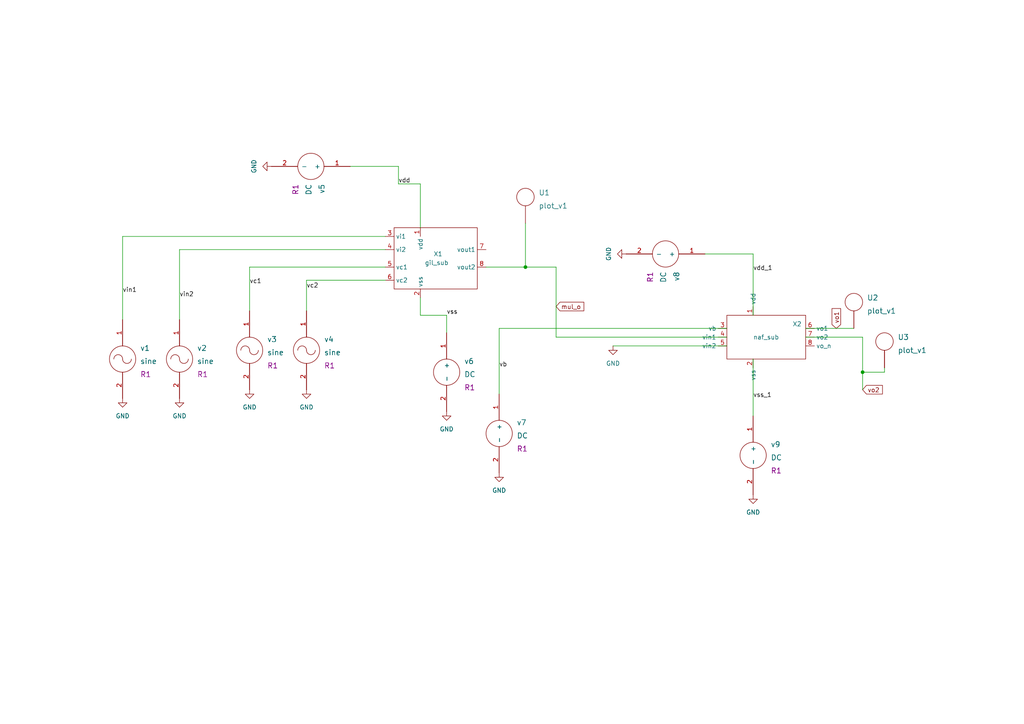
<source format=kicad_sch>
(kicad_sch (version 20211123) (generator eeschema)
  (paper "A4")
  (lib_symbols
    (symbol "eSim_Plot:plot_v1" (pin_names (offset 1.016))
      (property "Reference" "U" (at 0 12.7 0))
      (property "Value" "plot_v1" (at 5.08 8.89 0))
      (symbol "plot_v1_0_1"
        (circle (center 0 12.7) (radius 2.54))
      )
      (symbol "plot_v1_1_1"
        (pin input line (at 0 5.08 90) (length 5.08) (name "~") (number "~"))
      )
    )
    (symbol "eSim_Power:eSim_GND" (power) (pin_names (offset 0))
      (property "Value" "eSim_GND" (at 0 -3.81 0))
      (symbol "eSim_GND_0_1"
        (polyline (pts (xy 0 0) (xy 0 -1.27) (xy 1.27 -1.27) (xy 0 -2.54) (xy -1.27 -1.27) (xy 0 -1.27)))
      )
      (symbol "eSim_GND_1_1"
        (pin power_in line (at 0 0 270) (length 0) hide (name "GND") (number "1"))
      )
    )
    (symbol "eSim_Sources:DC" (pin_names (offset 1.016))
      (property "Reference" "v" (at -5.08 2.54 0))
      (property "Value" "DC" (at -5.08 -1.27 0))
      (property "Footprint" "R1" (at -7.62 0 0))
      (symbol "DC_0_1"
        (circle (center 0 0) (radius 3.81))
      )
      (symbol "DC_1_1"
        (pin power_out line (at 0 11.43 270) (length 7.62) (name "+") (number "1"))
        (pin power_out line (at 0 -11.43 90) (length 7.62) (name "-") (number "2"))
      )
    )
    (symbol "eSim_Sources:sine" (pin_names (offset 1.016))
      (property "Reference" "v" (at -5.08 2.54 0))
      (property "Value" "sine" (at -5.08 -1.27 0))
      (property "Footprint" "R1" (at -7.62 0 0))
      (symbol "sine_0_1"
        (arc (start 0 0) (mid -1.27 1.27) (end -2.54 0))
        (arc (start 0 0) (mid 1.27 -1.27) (end 2.54 0))
        (circle (center 0 0) (radius 3.81))
      )
      (symbol "sine_1_1"
        (pin input line (at 0 11.43 270) (length 7.62) (name "+") (number "1"))
        (pin input line (at 0 -11.43 90) (length 7.62) (name "-") (number "2"))
      )
    )
    (symbol "eSim_Subckt:gil_sub"
      (property "Reference" "X" (at 8.89 6.35 0))
      (property "Value" "gil_sub" (at 0 0 0))
      (symbol "gil_sub_0_0"
        (pin input line (at -5.08 8.89 270) (length 2.54) (name "vdd") (number "1"))
        (pin input line (at -5.08 -11.43 90) (length 2.54) (name "vss") (number "2"))
        (pin input line (at -15.24 6.35 0) (length 2.54) (name "vi1") (number "3"))
        (pin input line (at -15.24 2.54 0) (length 2.54) (name "vi2") (number "4"))
        (pin input line (at -15.24 -2.54 0) (length 2.54) (name "vc1") (number "5"))
        (pin input line (at -15.24 -6.35 0) (length 2.54) (name "vc2") (number "6"))
        (pin output line (at 13.97 2.54 180) (length 2.54) (name "vout1") (number "7"))
        (pin output line (at 13.97 -2.54 180) (length 2.54) (name "vout2") (number "8"))
      )
      (symbol "gil_sub_0_1"
        (rectangle (start -12.7 8.89) (end 11.43 -8.89))
      )
    )
    (symbol "eSim_Subckt:naf_sub"
      (property "Reference" "X" (at 0 3.81 0))
      (property "Value" "naf_sub" (at 0 0 0))
      (symbol "naf_sub_0_0"
        (pin input line (at -5.08 6.35 90) (length 2.54) (name "vdd") (number "1"))
        (pin input line (at -5.08 -6.35 270) (length 2.54) (name "vss") (number "2"))
        (pin input line (at -12.7 2.54 180) (length 2.54) (name "vb") (number "3"))
        (pin input line (at -12.7 0 180) (length 2.54) (name "vin1") (number "4"))
        (pin input line (at -12.7 -2.54 180) (length 2.54) (name "vin2") (number "5"))
        (pin output line (at 10.16 2.54 0) (length 2.54) (name "vo1") (number "6"))
        (pin output line (at 10.16 0 0) (length 2.54) (name "vo2") (number "7"))
        (pin output line (at 10.16 -2.54 0) (length 2.54) (name "vo_n") (number "8"))
      )
      (symbol "naf_sub_0_1"
        (rectangle (start -12.7 6.35) (end 10.16 -6.35))
      )
    )
  )
  (junction (at 152.4 77.47))
  (junction (at 250.19 107.95))
  (wire (pts (xy 161.29 77.47) (xy 161.29 97.79)))
  (wire (pts (xy 121.92 66.04) (xy 121.92 53.34)))
  (wire (pts (xy 233.68 97.79) (xy 250.19 97.79)))
  (wire (pts (xy 218.44 91.44) (xy 218.44 73.66)))
  (wire (pts (xy 256.54 107.95) (xy 256.54 106.68)))
  (wire (pts (xy 52.07 72.39) (xy 52.07 92.71)))
  (wire (pts (xy 88.9 81.28) (xy 88.9 90.17)))
  (wire (pts (xy 111.76 77.47) (xy 72.39 77.47)))
  (wire (pts (xy 250.19 107.95) (xy 250.19 113.03)))
  (wire (pts (xy 129.54 91.44) (xy 129.54 96.52)))
  (wire (pts (xy 35.56 68.58) (xy 111.76 68.58)))
  (wire (pts (xy 250.19 97.79) (xy 250.19 107.95)))
  (wire (pts (xy 210.82 97.79) (xy 161.29 97.79)))
  (wire (pts (xy 115.57 48.26) (xy 101.6 48.26)))
  (wire (pts (xy 210.82 95.25) (xy 144.78 95.25)))
  (wire (pts (xy 144.78 95.25) (xy 144.78 114.3)))
  (wire (pts (xy 35.56 68.58) (xy 35.56 92.71)))
  (wire (pts (xy 121.92 53.34) (xy 115.57 53.34)))
  (wire (pts (xy 121.92 91.44) (xy 129.54 91.44)))
  (wire (pts (xy 115.57 48.26) (xy 115.57 53.34)))
  (wire (pts (xy 52.07 72.39) (xy 111.76 72.39)))
  (wire (pts (xy 152.4 64.77) (xy 152.4 77.47)))
  (wire (pts (xy 140.97 77.47) (xy 152.4 77.47)))
  (wire (pts (xy 111.76 81.28) (xy 88.9 81.28)))
  (wire (pts (xy 218.44 73.66) (xy 204.47 73.66)))
  (wire (pts (xy 121.92 86.36) (xy 121.92 91.44)))
  (wire (pts (xy 233.68 95.25) (xy 247.65 95.25)))
  (wire (pts (xy 250.19 107.95) (xy 256.54 107.95)))
  (wire (pts (xy 72.39 77.47) (xy 72.39 90.17)))
  (wire (pts (xy 152.4 77.47) (xy 161.29 77.47)))
  (wire (pts (xy 210.82 100.33) (xy 177.8 100.33)))
  (wire (pts (xy 218.44 104.14) (xy 218.44 120.65)))
  (label "vc1" (at 72.39 82.55 0))
  (label "vc2" (at 88.9 83.82 0))
  (label "vss_1" (at 218.44 115.57 0))
  (label "vdd" (at 115.57 53.34 0))
  (label "vin2" (at 52.07 86.36 0))
  (label "vb" (at 144.78 106.68 0))
  (label "vdd_1" (at 218.44 78.74 0))
  (label "vin1" (at 35.56 85.09 0))
  (label "vss" (at 129.54 91.44 0))
  (global_label "mul_o" (shape input) (at 161.29 88.9 0) (property "Intersheet References" "${INTERSHEET_REFS}" (effects hide)))
  (global_label "vo2" (shape input) (at 250.19 113.03 0) (property "Intersheet References" "${INTERSHEET_REFS}" (effects hide)))
  (global_label "vo1" (shape input) (at 242.57 95.25 90) (property "Intersheet References" "${INTERSHEET_REFS}" (effects hide)))
  (symbol (lib_id "eSim_Power:eSim_GND") (at 52.07 115.57 0) (unit 1)
    (property "Reference" "#PWR02" (effects hide))
    (property "Value" "eSim_GND" (at 52.07 120.65 0))
  )
  (symbol (lib_id "eSim_Plot:plot_v1") (at 152.4 69.85 0) (unit 1)
    (property "Reference" "U1" (at 156.21 55.88 0) (effects (font (size 1.524 1.524)) (justify left)))
    (property "Value" "plot_v1" (at 156.21 59.69 0) (effects (font (size 1.524 1.524)) (justify left)))
  )
  (symbol (lib_id "eSim_Sources:DC") (at 218.44 132.08 0) (unit 1)
    (property "Reference" "v9" (at 223.52 128.905 0) (effects (font (size 1.524 1.524)) (justify left)))
    (property "Value" "DC" (at 223.52 132.715 0) (effects (font (size 1.524 1.524)) (justify left)))
    (property "Footprint" "R1" (at 223.52 136.525 0) (effects (font (size 1.524 1.524)) (justify left)))
  )
  (symbol (lib_id "eSim_Subckt:naf_sub") (at 223.52 97.79 0) (unit 1)
    (property "Reference" "X2" (at 229.87 93.98 0) (effects (justify left)))
    (property "Value" "naf_sub" (at 218.44 97.79 0) (effects (justify left)))
  )
  (symbol (lib_id "eSim_Sources:sine") (at 35.56 104.14 0) (unit 1)
    (property "Reference" "v1" (at 40.64 100.965 0) (effects (font (size 1.524 1.524)) (justify left)))
    (property "Value" "sine" (at 40.64 104.775 0) (effects (font (size 1.524 1.524)) (justify left)))
    (property "Footprint" "R1" (at 40.64 108.585 0) (effects (font (size 1.524 1.524)) (justify left)))
  )
  (symbol (lib_id "eSim_Power:eSim_GND") (at 177.8 100.33 0) (unit 1)
    (property "Reference" "#PWR08" (effects hide))
    (property "Value" "eSim_GND" (at 177.8 105.41 0))
  )
  (symbol (lib_id "eSim_Power:eSim_GND") (at 78.74 48.26 270) (unit 1)
    (property "Reference" "#PWR04" (effects hide))
    (property "Value" "eSim_GND" (at 73.66 48.26 0))
  )
  (symbol (lib_id "eSim_Sources:DC") (at 129.54 107.95 0) (unit 1)
    (property "Reference" "v6" (at 134.62 104.775 0) (effects (font (size 1.524 1.524)) (justify left)))
    (property "Value" "DC" (at 134.62 108.585 0) (effects (font (size 1.524 1.524)) (justify left)))
    (property "Footprint" "R1" (at 134.62 112.395 0) (effects (font (size 1.524 1.524)) (justify left)))
  )
  (symbol (lib_id "eSim_Sources:DC") (at 144.78 125.73 0) (unit 1)
    (property "Reference" "v7" (at 149.86 122.555 0) (effects (font (size 1.524 1.524)) (justify left)))
    (property "Value" "DC" (at 149.86 126.365 0) (effects (font (size 1.524 1.524)) (justify left)))
    (property "Footprint" "R1" (at 149.86 130.175 0) (effects (font (size 1.524 1.524)) (justify left)))
  )
  (symbol (lib_id "eSim_Power:eSim_GND") (at 35.56 115.57 0) (unit 1)
    (property "Reference" "#PWR01" (effects hide))
    (property "Value" "eSim_GND" (at 35.56 120.65 0))
  )
  (symbol (lib_id "eSim_Sources:DC") (at 90.17 48.26 270) (unit 1)
    (property "Reference" "v5" (at 93.345 53.34 0) (effects (font (size 1.524 1.524)) (justify left)))
    (property "Value" "DC" (at 89.535 53.34 0) (effects (font (size 1.524 1.524)) (justify left)))
    (property "Footprint" "R1" (at 85.725 53.34 0) (effects (font (size 1.524 1.524)) (justify left)))
  )
  (symbol (lib_id "eSim_Power:eSim_GND") (at 218.44 143.51 0) (unit 1)
    (property "Reference" "#PWR010" (effects hide))
    (property "Value" "eSim_GND" (at 218.44 148.59 0))
  )
  (symbol (lib_id "eSim_Plot:plot_v1") (at 256.54 111.76 0) (unit 1)
    (property "Reference" "U3" (at 260.35 97.79 0) (effects (font (size 1.524 1.524)) (justify left)))
    (property "Value" "plot_v1" (at 260.35 101.6 0) (effects (font (size 1.524 1.524)) (justify left)))
  )
  (symbol (lib_id "eSim_Power:eSim_GND") (at 144.78 137.16 0) (unit 1)
    (property "Reference" "#PWR07" (effects hide))
    (property "Value" "eSim_GND" (at 144.78 142.24 0))
  )
  (symbol (lib_id "eSim_Sources:sine") (at 52.07 104.14 0) (unit 1)
    (property "Reference" "v2" (at 57.15 100.965 0) (effects (font (size 1.524 1.524)) (justify left)))
    (property "Value" "sine" (at 57.15 104.775 0) (effects (font (size 1.524 1.524)) (justify left)))
    (property "Footprint" "R1" (at 57.15 108.585 0) (effects (font (size 1.524 1.524)) (justify left)))
  )
  (symbol (lib_id "eSim_Subckt:gil_sub") (at 127 74.93 0) (unit 1)
    (property "Reference" "X1" (at 125.73 73.66 0) (effects (justify left)))
    (property "Value" "gil_sub" (at 123.19 76.2 0) (effects (justify left)))
  )
  (symbol (lib_id "eSim_Power:eSim_GND") (at 129.54 119.38 0) (unit 1)
    (property "Reference" "#PWR06" (effects hide))
    (property "Value" "eSim_GND" (at 129.54 124.46 0))
  )
  (symbol (lib_id "eSim_Sources:sine") (at 72.39 101.6 0) (unit 1)
    (property "Reference" "v3" (at 77.47 98.425 0) (effects (font (size 1.524 1.524)) (justify left)))
    (property "Value" "sine" (at 77.47 102.235 0) (effects (font (size 1.524 1.524)) (justify left)))
    (property "Footprint" "R1" (at 77.47 106.045 0) (effects (font (size 1.524 1.524)) (justify left)))
  )
  (symbol (lib_id "eSim_Power:eSim_GND") (at 181.61 73.66 270) (unit 1)
    (property "Reference" "#PWR09" (effects hide))
    (property "Value" "eSim_GND" (at 176.53 73.66 0))
  )
  (symbol (lib_id "eSim_Power:eSim_GND") (at 72.39 113.03 0) (unit 1)
    (property "Reference" "#PWR03" (effects hide))
    (property "Value" "eSim_GND" (at 72.39 118.11 0))
  )
  (symbol (lib_id "eSim_Sources:sine") (at 88.9 101.6 0) (unit 1)
    (property "Reference" "v4" (at 93.98 98.425 0) (effects (font (size 1.524 1.524)) (justify left)))
    (property "Value" "sine" (at 93.98 102.235 0) (effects (font (size 1.524 1.524)) (justify left)))
    (property "Footprint" "R1" (at 93.98 106.045 0) (effects (font (size 1.524 1.524)) (justify left)))
  )
  (symbol (lib_id "eSim_Power:eSim_GND") (at 88.9 113.03 0) (unit 1)
    (property "Reference" "#PWR05" (effects hide))
    (property "Value" "eSim_GND" (at 88.9 118.11 0))
  )
  (symbol (lib_id "eSim_Plot:plot_v1") (at 247.65 100.33 0) (unit 1)
    (property "Reference" "U2" (at 251.46 86.36 0) (effects (font (size 1.524 1.524)) (justify left)))
    (property "Value" "plot_v1" (at 251.46 90.17 0) (effects (font (size 1.524 1.524)) (justify left)))
  )
  (symbol (lib_id "eSim_Sources:DC") (at 193.04 73.66 270) (unit 1)
    (property "Reference" "v8" (at 196.215 78.74 0) (effects (font (size 1.524 1.524)) (justify left)))
    (property "Value" "DC" (at 192.405 78.74 0) (effects (font (size 1.524 1.524)) (justify left)))
    (property "Footprint" "R1" (at 188.595 78.74 0) (effects (font (size 1.524 1.524)) (justify left)))
  )
)
</source>
